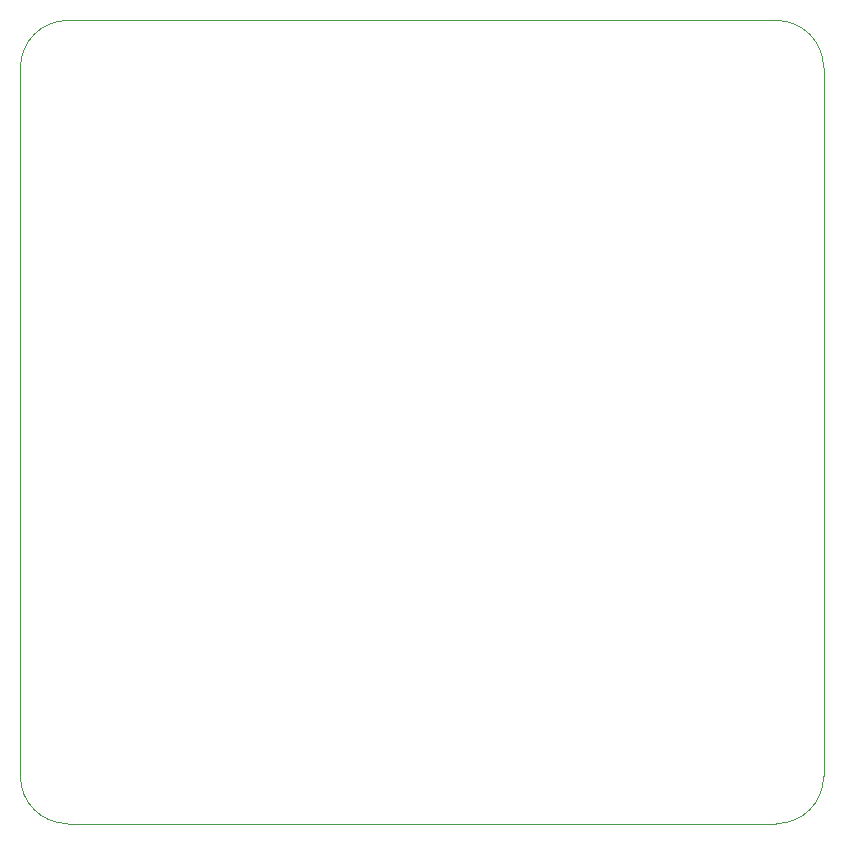
<source format=gbr>
%TF.GenerationSoftware,KiCad,Pcbnew,5.1.6-1.fc32*%
%TF.CreationDate,2020-07-09T20:52:17-05:00*%
%TF.ProjectId,case_plate,63617365-5f70-46c6-9174-652e6b696361,rev?*%
%TF.SameCoordinates,Original*%
%TF.FileFunction,Profile,NP*%
%FSLAX46Y46*%
G04 Gerber Fmt 4.6, Leading zero omitted, Abs format (unit mm)*
G04 Created by KiCad (PCBNEW 5.1.6-1.fc32) date 2020-07-09 20:52:17*
%MOMM*%
%LPD*%
G01*
G04 APERTURE LIST*
%TA.AperFunction,Profile*%
%ADD10C,0.050000*%
%TD*%
G04 APERTURE END LIST*
D10*
X85000000Y-149000000D02*
X85000000Y-89000000D01*
X149000000Y-153000000D02*
X89000000Y-153000000D01*
X153000000Y-89000000D02*
X153000000Y-149000000D01*
X89000000Y-85000000D02*
X149000000Y-85000000D01*
X85000000Y-89000000D02*
G75*
G02*
X89000000Y-85000000I4000000J0D01*
G01*
X89000000Y-153000000D02*
G75*
G02*
X85000000Y-149000000I0J4000000D01*
G01*
X153000000Y-149000000D02*
G75*
G02*
X149000000Y-153000000I-4000000J0D01*
G01*
X149000000Y-85000000D02*
G75*
G02*
X153000000Y-89000000I0J-4000000D01*
G01*
M02*

</source>
